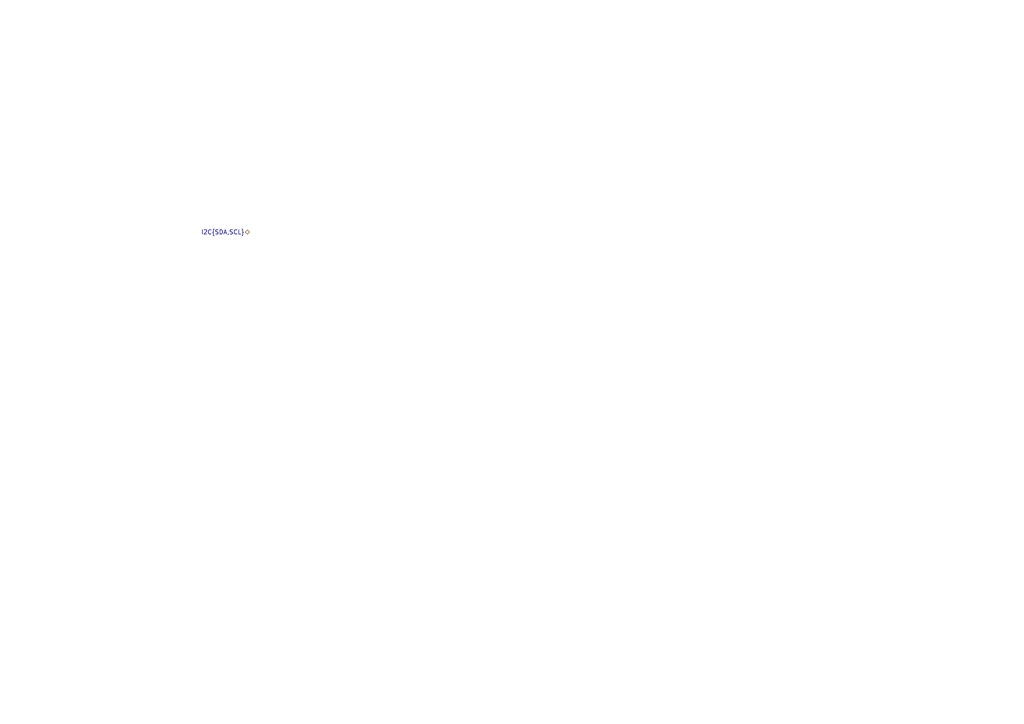
<source format=kicad_sch>
(kicad_sch
	(version 20231120)
	(generator "eeschema")
	(generator_version "8.0")
	(uuid "89ba4feb-d8a4-43b1-b9da-bba57597087c")
	(paper "A4")
	(title_block
		(title "Blackstone Flight Computer - Magnetometer")
		(date "2024-08-02")
		(rev "Rev A")
		(company "UC Aerospace")
		(comment 1 "Project: Blackstone")
	)
	(lib_symbols)
	(hierarchical_label "I2C{SDA,SCL}"
		(shape bidirectional)
		(at 72.39 67.31 180)
		(fields_autoplaced yes)
		(effects
			(font
				(size 1.27 1.27)
			)
			(justify right)
		)
		(uuid "3e57a550-85d2-46d1-8b44-bded3e49b4ea")
	)
)

</source>
